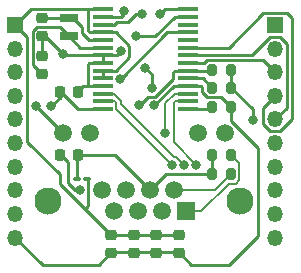
<source format=gbr>
%TF.GenerationSoftware,KiCad,Pcbnew,7.0.7*%
%TF.CreationDate,2023-10-05T19:12:10-06:00*%
%TF.ProjectId,GigE_Module,47696745-5f4d-46f6-9475-6c652e6b6963,rev?*%
%TF.SameCoordinates,Original*%
%TF.FileFunction,Copper,L2,Bot*%
%TF.FilePolarity,Positive*%
%FSLAX46Y46*%
G04 Gerber Fmt 4.6, Leading zero omitted, Abs format (unit mm)*
G04 Created by KiCad (PCBNEW 7.0.7) date 2023-10-05 19:12:10*
%MOMM*%
%LPD*%
G01*
G04 APERTURE LIST*
G04 Aperture macros list*
%AMRoundRect*
0 Rectangle with rounded corners*
0 $1 Rounding radius*
0 $2 $3 $4 $5 $6 $7 $8 $9 X,Y pos of 4 corners*
0 Add a 4 corners polygon primitive as box body*
4,1,4,$2,$3,$4,$5,$6,$7,$8,$9,$2,$3,0*
0 Add four circle primitives for the rounded corners*
1,1,$1+$1,$2,$3*
1,1,$1+$1,$4,$5*
1,1,$1+$1,$6,$7*
1,1,$1+$1,$8,$9*
0 Add four rect primitives between the rounded corners*
20,1,$1+$1,$2,$3,$4,$5,0*
20,1,$1+$1,$4,$5,$6,$7,0*
20,1,$1+$1,$6,$7,$8,$9,0*
20,1,$1+$1,$8,$9,$2,$3,0*%
G04 Aperture macros list end*
%TA.AperFunction,ComponentPad*%
%ADD10R,1.500000X1.500000*%
%TD*%
%TA.AperFunction,ComponentPad*%
%ADD11C,1.500000*%
%TD*%
%TA.AperFunction,ComponentPad*%
%ADD12C,2.300000*%
%TD*%
%TA.AperFunction,ComponentPad*%
%ADD13R,1.350000X1.350000*%
%TD*%
%TA.AperFunction,ComponentPad*%
%ADD14O,1.350000X1.350000*%
%TD*%
%TA.AperFunction,SMDPad,CuDef*%
%ADD15RoundRect,0.200000X0.200000X0.275000X-0.200000X0.275000X-0.200000X-0.275000X0.200000X-0.275000X0*%
%TD*%
%TA.AperFunction,SMDPad,CuDef*%
%ADD16R,1.750000X0.450000*%
%TD*%
%TA.AperFunction,SMDPad,CuDef*%
%ADD17RoundRect,0.225000X-0.250000X0.225000X-0.250000X-0.225000X0.250000X-0.225000X0.250000X0.225000X0*%
%TD*%
%TA.AperFunction,SMDPad,CuDef*%
%ADD18RoundRect,0.225000X0.250000X-0.225000X0.250000X0.225000X-0.250000X0.225000X-0.250000X-0.225000X0*%
%TD*%
%TA.AperFunction,SMDPad,CuDef*%
%ADD19RoundRect,0.100000X0.217500X0.100000X-0.217500X0.100000X-0.217500X-0.100000X0.217500X-0.100000X0*%
%TD*%
%TA.AperFunction,SMDPad,CuDef*%
%ADD20RoundRect,0.200000X-0.200000X-0.275000X0.200000X-0.275000X0.200000X0.275000X-0.200000X0.275000X0*%
%TD*%
%TA.AperFunction,SMDPad,CuDef*%
%ADD21R,1.500000X0.800000*%
%TD*%
%TA.AperFunction,SMDPad,CuDef*%
%ADD22RoundRect,0.225000X-0.225000X-0.250000X0.225000X-0.250000X0.225000X0.250000X-0.225000X0.250000X0*%
%TD*%
%TA.AperFunction,SMDPad,CuDef*%
%ADD23RoundRect,0.225000X0.225000X0.250000X-0.225000X0.250000X-0.225000X-0.250000X0.225000X-0.250000X0*%
%TD*%
%TA.AperFunction,ViaPad*%
%ADD24C,0.800000*%
%TD*%
%TA.AperFunction,Conductor*%
%ADD25C,0.250000*%
%TD*%
%TA.AperFunction,Conductor*%
%ADD26C,0.200000*%
%TD*%
G04 APERTURE END LIST*
D10*
%TO.P,J1,1*%
%TO.N,/TPOUT+*%
X148270000Y-101810000D03*
D11*
%TO.P,J1,2*%
%TO.N,/TPOUT-*%
X147254000Y-100030000D03*
%TO.P,J1,3*%
%TO.N,/TPIN+*%
X146238000Y-101810000D03*
%TO.P,J1,4*%
%TO.N,Net-(C9-Pad1)*%
X145222000Y-100030000D03*
%TO.P,J1,5*%
%TO.N,unconnected-(J1-Pad5)*%
X144206000Y-101810000D03*
%TO.P,J1,6*%
%TO.N,/TPIN-*%
X143190000Y-100030000D03*
%TO.P,J1,7*%
%TO.N,unconnected-(J1-Pad7)*%
X142174000Y-101810000D03*
%TO.P,J1,8*%
%TO.N,unconnected-(J1-Pad8)*%
X141158000Y-100030000D03*
%TO.P,J1,9*%
%TO.N,Net-(J1-Pad9)*%
X151570000Y-95210000D03*
%TO.P,J1,10*%
%TO.N,/LEDB*%
X149280000Y-95210000D03*
%TO.P,J1,11*%
%TO.N,Net-(J1-Pad11)*%
X140140000Y-95210000D03*
%TO.P,J1,12*%
%TO.N,/LEDA*%
X137850000Y-95210000D03*
D12*
%TO.P,J1,SH*%
%TO.N,N/C*%
X152840000Y-100920000D03*
X136580000Y-100920000D03*
%TD*%
D13*
%TO.P,J3,1,Pin_1*%
%TO.N,unconnected-(J3-Pin_1-Pad1)*%
X155772000Y-86025000D03*
D14*
%TO.P,J3,2,Pin_2*%
%TO.N,unconnected-(J3-Pin_2-Pad2)*%
X155772000Y-88025000D03*
%TO.P,J3,3,Pin_3*%
%TO.N,/SCK*%
X155772000Y-90025000D03*
%TO.P,J3,4,Pin_4*%
%TO.N,/MISO*%
X155772000Y-92025000D03*
%TO.P,J3,5,Pin_5*%
%TO.N,/MOSI*%
X155772000Y-94025000D03*
%TO.P,J3,6,Pin_6*%
%TO.N,unconnected-(J3-Pin_6-Pad6)*%
X155772000Y-96025000D03*
%TO.P,J3,7,Pin_7*%
%TO.N,unconnected-(J3-Pin_7-Pad7)*%
X155772000Y-98025000D03*
%TO.P,J3,8,Pin_8*%
%TO.N,unconnected-(J3-Pin_8-Pad8)*%
X155772000Y-100025000D03*
%TO.P,J3,9,Pin_9*%
%TO.N,unconnected-(J3-Pin_9-Pad9)*%
X155772000Y-102025000D03*
%TO.P,J3,10,Pin_10*%
%TO.N,unconnected-(J3-Pin_10-Pad10)*%
X155772000Y-104025000D03*
%TD*%
D13*
%TO.P,J2,1,Pin_1*%
%TO.N,/VCC*%
X133772000Y-86025000D03*
D14*
%TO.P,J2,2,Pin_2*%
%TO.N,unconnected-(J2-Pin_2-Pad2)*%
X133772000Y-88025000D03*
%TO.P,J2,3,Pin_3*%
%TO.N,unconnected-(J2-Pin_3-Pad3)*%
X133772000Y-90025000D03*
%TO.P,J2,4,Pin_4*%
%TO.N,unconnected-(J2-Pin_4-Pad4)*%
X133772000Y-92025000D03*
%TO.P,J2,5,Pin_5*%
%TO.N,unconnected-(J2-Pin_5-Pad5)*%
X133772000Y-94025000D03*
%TO.P,J2,6,Pin_6*%
%TO.N,/CS*%
X133772000Y-96025000D03*
%TO.P,J2,7,Pin_7*%
%TO.N,/INT*%
X133772000Y-98025000D03*
%TO.P,J2,8,Pin_8*%
%TO.N,unconnected-(J2-Pin_8-Pad8)*%
X133772000Y-100025000D03*
%TO.P,J2,9,Pin_9*%
%TO.N,unconnected-(J2-Pin_9-Pad9)*%
X133772000Y-102025000D03*
%TO.P,J2,10,Pin_10*%
%TO.N,/GND*%
X133772000Y-104025000D03*
%TD*%
D15*
%TO.P,R2,1*%
%TO.N,/VCC*%
X152072000Y-91325000D03*
%TO.P,R2,2*%
%TO.N,Net-(U1-~{RESET})*%
X150422000Y-91325000D03*
%TD*%
D16*
%TO.P,U1,1,VCAP*%
%TO.N,Net-(U1-VCAP)*%
X148372000Y-84700000D03*
%TO.P,U1,2,VSS*%
%TO.N,/GND*%
X148372000Y-85350000D03*
%TO.P,U1,3,CLKOUT*%
%TO.N,unconnected-(U1-CLKOUT-Pad3)*%
X148372000Y-86000000D03*
%TO.P,U1,4,~{INT}*%
%TO.N,/INT*%
X148372000Y-86650000D03*
%TO.P,U1,5,~{WOL}*%
%TO.N,unconnected-(U1-~{WOL}-Pad5)*%
X148372000Y-87300000D03*
%TO.P,U1,6,SO*%
%TO.N,/MISO*%
X148372000Y-87950000D03*
%TO.P,U1,7,SI*%
%TO.N,/MOSI*%
X148372000Y-88600000D03*
%TO.P,U1,8,SCK*%
%TO.N,/SCK*%
X148372000Y-89250000D03*
%TO.P,U1,9,~{CS}*%
%TO.N,/CS*%
X148372000Y-89900000D03*
%TO.P,U1,10,~{RESET}*%
%TO.N,Net-(U1-~{RESET})*%
X148372000Y-90550000D03*
%TO.P,U1,11,VSSRX*%
%TO.N,/GND*%
X148372000Y-91200000D03*
%TO.P,U1,12,TPIN-*%
%TO.N,/TPIN-*%
X148372000Y-91850000D03*
%TO.P,U1,13,TPIN+*%
%TO.N,/TPIN+*%
X148372000Y-92500000D03*
%TO.P,U1,14,RBIAS*%
%TO.N,Net-(U1-RBIAS)*%
X148372000Y-93150000D03*
%TO.P,U1,15,VDDTX*%
%TO.N,/VCC*%
X141172000Y-93150000D03*
%TO.P,U1,16,TPOUT-*%
%TO.N,/TPOUT-*%
X141172000Y-92500000D03*
%TO.P,U1,17,TPOUT+*%
%TO.N,/TPOUT+*%
X141172000Y-91850000D03*
%TO.P,U1,18,VSSTX*%
%TO.N,/GND*%
X141172000Y-91200000D03*
%TO.P,U1,19,VDDRX*%
%TO.N,/VCC*%
X141172000Y-90550000D03*
%TO.P,U1,20,VDDPLL*%
X141172000Y-89900000D03*
%TO.P,U1,21,VSSPLL*%
%TO.N,/GND*%
X141172000Y-89250000D03*
%TO.P,U1,22,VSSOSC*%
X141172000Y-88600000D03*
%TO.P,U1,23,OSC1*%
%TO.N,Net-(U1-OSC1)*%
X141172000Y-87950000D03*
%TO.P,U1,24,OSC2*%
%TO.N,Net-(U1-OSC2)*%
X141172000Y-87300000D03*
%TO.P,U1,25,VDDOSC*%
%TO.N,/VCC*%
X141172000Y-86650000D03*
%TO.P,U1,26,LEDB*%
%TO.N,/LEDB*%
X141172000Y-86000000D03*
%TO.P,U1,27,LEDA*%
%TO.N,/LEDA*%
X141172000Y-85350000D03*
%TO.P,U1,28,VDD*%
%TO.N,/VCC*%
X141172000Y-84700000D03*
%TD*%
D17*
%TO.P,C7,1*%
%TO.N,/VCC*%
X145720000Y-103785000D03*
%TO.P,C7,2*%
%TO.N,/GND*%
X145720000Y-105335000D03*
%TD*%
%TO.P,C6,1*%
%TO.N,/VCC*%
X143820000Y-103785000D03*
%TO.P,C6,2*%
%TO.N,/GND*%
X143820000Y-105335000D03*
%TD*%
D15*
%TO.P,R5,1*%
%TO.N,/TPOUT-*%
X152065000Y-98680000D03*
%TO.P,R5,2*%
%TO.N,Net-(C9-Pad1)*%
X150415000Y-98680000D03*
%TD*%
D18*
%TO.P,C3,1*%
%TO.N,/GND*%
X136080000Y-87002500D03*
%TO.P,C3,2*%
%TO.N,Net-(U1-OSC2)*%
X136080000Y-85452500D03*
%TD*%
D19*
%TO.P,L1,1,1*%
%TO.N,/VCC*%
X139837500Y-99060000D03*
%TO.P,L1,2,2*%
%TO.N,Net-(C9-Pad1)*%
X139022500Y-99060000D03*
%TD*%
D17*
%TO.P,C8,1*%
%TO.N,/VCC*%
X147620000Y-103785000D03*
%TO.P,C8,2*%
%TO.N,/GND*%
X147620000Y-105335000D03*
%TD*%
D20*
%TO.P,R4,1*%
%TO.N,Net-(C9-Pad1)*%
X150425000Y-97030000D03*
%TO.P,R4,2*%
%TO.N,/TPOUT+*%
X152075000Y-97030000D03*
%TD*%
D17*
%TO.P,C2,1*%
%TO.N,/GND*%
X136080000Y-88647500D03*
%TO.P,C2,2*%
%TO.N,Net-(U1-OSC1)*%
X136080000Y-90197500D03*
%TD*%
D15*
%TO.P,R1,1*%
%TO.N,/VCC*%
X152072000Y-89800000D03*
%TO.P,R1,2*%
%TO.N,/CS*%
X150422000Y-89800000D03*
%TD*%
D21*
%TO.P,Y1,1,1*%
%TO.N,Net-(U1-OSC1)*%
X138310000Y-86960000D03*
%TO.P,Y1,2,2*%
%TO.N,Net-(U1-OSC2)*%
X138310000Y-85460000D03*
%TD*%
D22*
%TO.P,C4,1*%
%TO.N,/VCC*%
X137559500Y-91710000D03*
%TO.P,C4,2*%
%TO.N,/GND*%
X139109500Y-91710000D03*
%TD*%
D17*
%TO.P,C5,1*%
%TO.N,/VCC*%
X141920000Y-103785000D03*
%TO.P,C5,2*%
%TO.N,/GND*%
X141920000Y-105335000D03*
%TD*%
D23*
%TO.P,C9,1*%
%TO.N,Net-(C9-Pad1)*%
X139120000Y-97030000D03*
%TO.P,C9,2*%
%TO.N,/GND*%
X137570000Y-97030000D03*
%TD*%
D20*
%TO.P,R3,1*%
%TO.N,Net-(U1-RBIAS)*%
X150422000Y-92975000D03*
%TO.P,R3,2*%
%TO.N,/GND*%
X152072000Y-92975000D03*
%TD*%
D24*
%TO.N,Net-(U1-VCAP)*%
X146010000Y-85130000D03*
%TO.N,/GND*%
X145560000Y-92840000D03*
X137860000Y-88520000D03*
X142710000Y-88260000D03*
X139240000Y-100000000D03*
X145334503Y-91390500D03*
X143990000Y-87000000D03*
X144780000Y-89640000D03*
%TO.N,/VCC*%
X136830000Y-92900000D03*
X153882000Y-94113891D03*
%TO.N,/CS*%
X144237921Y-92840000D03*
%TO.N,/INT*%
X142646502Y-90592642D03*
%TO.N,/LEDA*%
X143000000Y-84810000D03*
X135504500Y-92900000D03*
%TO.N,/LEDB*%
X144520000Y-85130000D03*
%TO.N,/TPOUT+*%
X148100000Y-97900000D03*
%TO.N,/TPOUT-*%
X147085284Y-97900000D03*
%TO.N,/TPIN+*%
X149124718Y-97900000D03*
%TO.N,/TPIN-*%
X146497500Y-95136911D03*
%TD*%
D25*
%TO.N,Net-(U1-VCAP)*%
X146440000Y-84700000D02*
X148372000Y-84700000D01*
X146010000Y-85130000D02*
X146440000Y-84700000D01*
%TO.N,/GND*%
X148372000Y-91200000D02*
X147200000Y-91200000D01*
X152645000Y-94775000D02*
X154315000Y-96445000D01*
X148697500Y-106350000D02*
X147620000Y-105272500D01*
X136280000Y-86940000D02*
X136080000Y-86940000D01*
X152072000Y-92975000D02*
X151222000Y-92125000D01*
X147275305Y-85350000D02*
X148372000Y-85350000D01*
X141172000Y-91200000D02*
X139557000Y-91200000D01*
X136097000Y-106350000D02*
X133772000Y-104025000D01*
X143990000Y-87000000D02*
X145625305Y-87000000D01*
X137860000Y-88520000D02*
X136280000Y-86940000D01*
X141920000Y-105272500D02*
X140842500Y-106350000D01*
X140842500Y-106350000D02*
X136097000Y-106350000D01*
X144780000Y-89640000D02*
X145334503Y-90194503D01*
X139557000Y-91200000D02*
X139047000Y-91710000D01*
X141172000Y-91200000D02*
X140047000Y-91200000D01*
X141172000Y-88600000D02*
X142370000Y-88600000D01*
X149497000Y-91200000D02*
X148372000Y-91200000D01*
X139972000Y-89325000D02*
X140047000Y-89250000D01*
X138832500Y-100000000D02*
X139240000Y-100000000D01*
X151222000Y-92125000D02*
X149995000Y-92125000D01*
X152072000Y-94191720D02*
X152645000Y-94764720D01*
X149572000Y-91275000D02*
X149497000Y-91200000D01*
X147620000Y-105272500D02*
X145720000Y-105272500D01*
X147200000Y-91200000D02*
X145560000Y-92840000D01*
X152072000Y-92975000D02*
X152072000Y-94191720D01*
X137860000Y-88520000D02*
X137940000Y-88600000D01*
X154315000Y-103923427D02*
X151888427Y-106350000D01*
X137632500Y-97030000D02*
X138217500Y-97615000D01*
X149995000Y-92125000D02*
X149572000Y-91702000D01*
X154315000Y-96445000D02*
X154315000Y-103923427D01*
X137632500Y-97030000D02*
X137632500Y-97342521D01*
X145334503Y-90194503D02*
X145334503Y-91390500D01*
X141172000Y-88600000D02*
X141172000Y-89250000D01*
X136080000Y-86940000D02*
X136080000Y-88710000D01*
X137940000Y-88600000D02*
X141172000Y-88600000D01*
X145720000Y-105272500D02*
X143820000Y-105272500D01*
X138217500Y-97615000D02*
X138217500Y-99385000D01*
X140047000Y-91200000D02*
X139972000Y-91125000D01*
X140047000Y-89250000D02*
X141172000Y-89250000D01*
X143820000Y-105272500D02*
X141920000Y-105272500D01*
X152645000Y-94764720D02*
X152645000Y-94775000D01*
X138217500Y-99385000D02*
X138832500Y-100000000D01*
X151888427Y-106350000D02*
X148697500Y-106350000D01*
X139972000Y-91125000D02*
X139972000Y-89325000D01*
X142370000Y-88600000D02*
X142710000Y-88260000D01*
X145625305Y-87000000D02*
X147275305Y-85350000D01*
X149572000Y-91702000D02*
X149572000Y-91275000D01*
%TO.N,Net-(U1-OSC1)*%
X138310000Y-86960000D02*
X139300000Y-87950000D01*
X139300000Y-87950000D02*
X141172000Y-87950000D01*
X137577500Y-86227500D02*
X135602183Y-86227500D01*
X135280000Y-86549683D02*
X135280000Y-89397500D01*
X135602183Y-86227500D02*
X135280000Y-86549683D01*
X135280000Y-89397500D02*
X136080000Y-90197500D01*
X138310000Y-86960000D02*
X137577500Y-86227500D01*
%TO.N,Net-(U1-OSC2)*%
X138660000Y-85460000D02*
X139440000Y-86240000D01*
X136087500Y-85460000D02*
X136080000Y-85452500D01*
X138310000Y-85460000D02*
X136087500Y-85460000D01*
X140047000Y-87300000D02*
X141172000Y-87300000D01*
X139440000Y-86693000D02*
X140047000Y-87300000D01*
X139440000Y-86240000D02*
X139440000Y-86693000D01*
X138310000Y-85460000D02*
X138660000Y-85460000D01*
%TO.N,/VCC*%
X152072000Y-89800000D02*
X152072000Y-91325000D01*
X137622000Y-92108000D02*
X136830000Y-92900000D01*
X152072000Y-91325000D02*
X153882000Y-93135000D01*
X143435000Y-87788000D02*
X143435000Y-88762000D01*
X137535000Y-98684000D02*
X134780000Y-95929000D01*
X137535000Y-98684000D02*
X137535000Y-99462500D01*
X137622000Y-91710000D02*
X137622000Y-92108000D01*
X141920000Y-103847500D02*
X143820000Y-103847500D01*
X134780000Y-95929000D02*
X134780000Y-87033000D01*
X141122000Y-84650000D02*
X135147000Y-84650000D01*
X140072000Y-86650000D02*
X139972000Y-86550000D01*
X134780000Y-87033000D02*
X133772000Y-86025000D01*
X141172000Y-89900000D02*
X141172000Y-90550000D01*
X141172000Y-93150000D02*
X139062000Y-93150000D01*
X143435000Y-88762000D02*
X142297000Y-89900000D01*
X143820000Y-103847500D02*
X145720000Y-103847500D01*
X139972000Y-86550000D02*
X139972000Y-84775000D01*
X142297000Y-86650000D02*
X143435000Y-87788000D01*
X145720000Y-103847500D02*
X147620000Y-103847500D01*
X140047000Y-84700000D02*
X141172000Y-84700000D01*
X137535000Y-99462500D02*
X141920000Y-103847500D01*
X135147000Y-84650000D02*
X133772000Y-86025000D01*
X141172000Y-86650000D02*
X142297000Y-86650000D01*
X139965000Y-99187500D02*
X139965000Y-101335000D01*
X153882000Y-93135000D02*
X153882000Y-94113891D01*
X141172000Y-86650000D02*
X140072000Y-86650000D01*
X139837500Y-99060000D02*
X139965000Y-99187500D01*
X139965000Y-101335000D02*
X139700000Y-101600000D01*
X139062000Y-93150000D02*
X137622000Y-91710000D01*
X142297000Y-89900000D02*
X141172000Y-89900000D01*
X139972000Y-84775000D02*
X140047000Y-84700000D01*
X141172000Y-84700000D02*
X141122000Y-84650000D01*
%TO.N,/CS*%
X147172000Y-90591604D02*
X147172000Y-90000000D01*
X147272000Y-89900000D02*
X148372000Y-89900000D01*
X144270323Y-92876677D02*
X145032000Y-92115000D01*
X144237921Y-92876677D02*
X144270323Y-92876677D01*
X148372000Y-89900000D02*
X150322000Y-89900000D01*
X145032000Y-92115000D02*
X145648604Y-92115000D01*
X147172000Y-90000000D02*
X147272000Y-89900000D01*
X150322000Y-89900000D02*
X150422000Y-89800000D01*
X145648604Y-92115000D02*
X147172000Y-90591604D01*
%TO.N,/INT*%
X142646502Y-90592642D02*
X142707358Y-90592642D01*
X146650000Y-86650000D02*
X148372000Y-86650000D01*
X142707358Y-90592642D02*
X146650000Y-86650000D01*
%TO.N,/SCK*%
X150004538Y-89000000D02*
X154747000Y-89000000D01*
X149754538Y-89250000D02*
X150004538Y-89000000D01*
X154747000Y-89000000D02*
X155772000Y-90025000D01*
X148372000Y-89250000D02*
X149754538Y-89250000D01*
%TO.N,/MISO*%
X154772000Y-85025000D02*
X156772000Y-85025000D01*
X156772000Y-85025000D02*
X157222000Y-85475000D01*
X157222000Y-93989214D02*
X156186214Y-95025000D01*
X157222000Y-85475000D02*
X157222000Y-93989214D01*
X154772000Y-93025000D02*
X155772000Y-92025000D01*
X154772000Y-94439214D02*
X154772000Y-93025000D01*
X148372000Y-87950000D02*
X151847000Y-87950000D01*
X151847000Y-87950000D02*
X154772000Y-85025000D01*
X156186214Y-95025000D02*
X155357786Y-95025000D01*
X155357786Y-95025000D02*
X154772000Y-94439214D01*
%TO.N,/MOSI*%
X153832786Y-88550000D02*
X155357786Y-87025000D01*
X156186214Y-87025000D02*
X156772000Y-87610786D01*
X148372000Y-88600000D02*
X149768142Y-88600000D01*
X156772000Y-87610786D02*
X156772000Y-93025000D01*
X156772000Y-93025000D02*
X155772000Y-94025000D01*
X149818142Y-88550000D02*
X153832786Y-88550000D01*
X155357786Y-87025000D02*
X156186214Y-87025000D01*
X149768142Y-88600000D02*
X149818142Y-88550000D01*
%TO.N,/LEDA*%
X142760000Y-85350000D02*
X143000000Y-85110000D01*
X135540000Y-92900000D02*
X137850000Y-95210000D01*
X141172000Y-85350000D02*
X142760000Y-85350000D01*
X135504500Y-92900000D02*
X135540000Y-92900000D01*
%TO.N,/LEDB*%
X142172000Y-86000000D02*
X141172000Y-86000000D01*
X142372000Y-85800000D02*
X142172000Y-86000000D01*
X144520000Y-85110000D02*
X144025305Y-85110000D01*
X143335305Y-85800000D02*
X142372000Y-85800000D01*
X144025305Y-85110000D02*
X143335305Y-85800000D01*
D26*
%TO.N,/TPOUT+*%
X147200000Y-97200000D02*
X147400000Y-97200000D01*
X152075000Y-97030000D02*
X152765000Y-97720000D01*
X149500686Y-101810000D02*
X148270000Y-101810000D01*
X142137686Y-91850000D02*
X142747000Y-92459314D01*
X151840686Y-99470000D02*
X149500686Y-101810000D01*
X152765000Y-97720000D02*
X152765000Y-99165000D01*
X141172000Y-91850000D02*
X142137686Y-91850000D01*
X142747000Y-92459314D02*
X142747000Y-92747000D01*
X152765000Y-99165000D02*
X152460000Y-99470000D01*
X152460000Y-99470000D02*
X151840686Y-99470000D01*
X147400000Y-97200000D02*
X148100000Y-97900000D01*
X142747000Y-92747000D02*
X147200000Y-97200000D01*
%TO.N,/TPOUT-*%
X141172000Y-92500000D02*
X142222000Y-92500000D01*
X152065000Y-98680000D02*
X150715000Y-100030000D01*
X142347000Y-93177000D02*
X147070000Y-97900000D01*
X142222000Y-92500000D02*
X142347000Y-92625000D01*
X150715000Y-100030000D02*
X147254000Y-100030000D01*
X147070000Y-97900000D02*
X147085284Y-97900000D01*
X142347000Y-92625000D02*
X142347000Y-93177000D01*
%TO.N,/TPIN+*%
X148372000Y-92500000D02*
X147322000Y-92500000D01*
X147197000Y-92625000D02*
X147197000Y-95972282D01*
X147197000Y-95972282D02*
X149124718Y-97900000D01*
X147322000Y-92500000D02*
X147197000Y-92625000D01*
%TO.N,/TPIN-*%
X147297000Y-91850000D02*
X146497500Y-92649500D01*
X146497500Y-92649500D02*
X146497500Y-95136911D01*
X148372000Y-91850000D02*
X147297000Y-91850000D01*
D25*
%TO.N,Net-(U1-~{RESET})*%
X149647000Y-90550000D02*
X150422000Y-91325000D01*
X148372000Y-90550000D02*
X149647000Y-90550000D01*
%TO.N,Net-(U1-RBIAS)*%
X150247000Y-93150000D02*
X150422000Y-92975000D01*
X148372000Y-93150000D02*
X150247000Y-93150000D01*
%TO.N,Net-(C9-Pad1)*%
X138860000Y-97290000D02*
X139120000Y-97030000D01*
X139057500Y-97030000D02*
X142222000Y-97030000D01*
X142222000Y-97030000D02*
X145222000Y-100030000D01*
X138860000Y-97227500D02*
X139057500Y-97030000D01*
X150415000Y-98680000D02*
X146572000Y-98680000D01*
X139022500Y-99060000D02*
X139022500Y-97127500D01*
X150425000Y-98670000D02*
X150415000Y-98680000D01*
X150425000Y-97030000D02*
X150425000Y-98670000D01*
X139022500Y-97127500D02*
X139120000Y-97030000D01*
X146572000Y-98680000D02*
X145222000Y-100030000D01*
%TD*%
M02*

</source>
